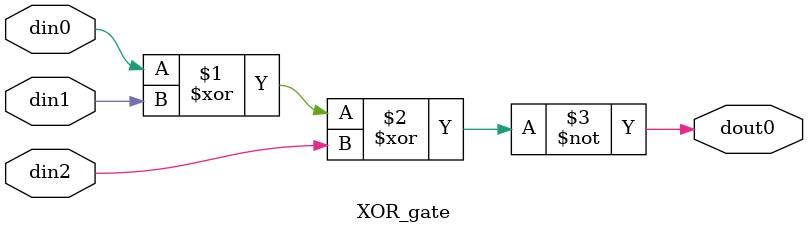
<source format=v>
`timescale 1ns/1ps

module XOR_gate (
    din0,
    din1,
    din2,
    dout0
);

  input din0;
  input din1;
  input din2;
  output dout0;


assign dout0 = ~(din0 ^ din1 ^ din2);
endmodule
</source>
